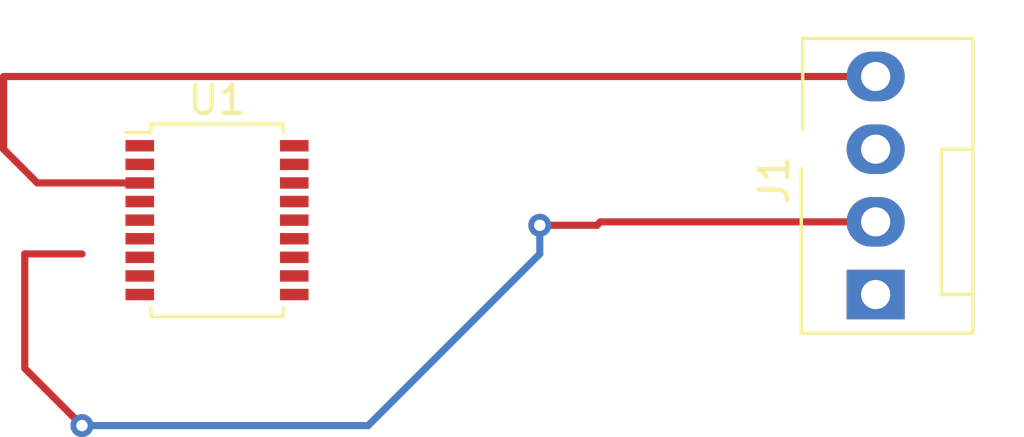
<source format=kicad_pcb>
(kicad_pcb (version 20221018) (generator pcbnew)
  (layers (0 "F.Cu" signal) (31 "B.Cu" signal) (34 "B.Paste" user) (35 "F.Paste" user) (36 "B.SilkS" user "B.Silkscreen") (37 "F.SilkS" user "F.Silkscreen") (38 "B.Mask" user) (39 "F.Mask" user) (44 "Edge.Cuts" user))
  (net 0 "")
  (net 1 "Net-(J1-Pin_1)")
  (net 2 "Net-(J1-Pin_2)")
  (net 3 "Net-(J1-Pin_3)")
  (net 4 "Net-(J1-Pin_4)")
  (net 10 "GND")
  (footprint "Package_SO:SSOP-18_4.4x6.5mm_P0.65mm" (layer "F.Cu") (at 55.72 55.82)
    (fp_text reference "U1" (at 0 -4.2) (layer "F.SilkS"))
    (fp_text value "74AHC244")
    (fp_line (start -3.2 -3.06) (end -2.31 -3.06) (stroke (width 0.12)) (layer "F.SilkS"))
    (fp_line (start -2.31 -3.36) (end 2.31 -3.36) (stroke (width 0.12)) (layer "F.SilkS"))
    (fp_line (start -2.31 -3.06) (end -2.31 -3.36) (stroke (width 0.12)) (layer "F.SilkS"))
    (fp_line (start -2.31 3.06) (end -2.31 3.36) (stroke (width 0.12)) (layer "F.SilkS"))
    (fp_line (start -2.31 3.36) (end 2.31 3.36) (stroke (width 0.12)) (layer "F.SilkS"))
    (fp_line (start 2.31 -3.36) (end 2.31 -3.06) (stroke (width 0.12)) (layer "F.SilkS"))
    (fp_line (start 2.31 3.36) (end 2.31 3.06) (stroke (width 0.12)) (layer "F.SilkS"))
    (pad "1" smd rect (at -2.7 -2.6) (size 1 0.4) (layers "F.Cu" "F.Paste" "F.Mask"))
    (pad "2" smd rect (at -2.7 -1.95) (size 1 0.4) (layers "F.Cu" "F.Paste" "F.Mask"))
    (pad "3" smd rect (at -2.7 -1.3) (size 1 0.4) (layers "F.Cu" "F.Paste" "F.Mask") (net 4 "Net-(J1-Pin_4)"))
    (pad "4" smd rect (at -2.7 -0.65) (size 1 0.4) (layers "F.Cu" "F.Paste" "F.Mask"))
    (pad "5" smd rect (at -2.7 0) (size 1 0.4) (layers "F.Cu" "F.Paste" "F.Mask") (net 3 "Net-(J1-Pin_3)"))
    (pad "6" smd rect (at -2.7 0.65) (size 1 0.4) (layers "F.Cu" "F.Paste" "F.Mask"))
    (pad "7" smd rect (at -2.7 1.3) (size 1 0.4) (layers "F.Cu" "F.Paste" "F.Mask") (net 2 "Net-(J1-Pin_2)"))
    (pad "8" smd rect (at -2.7 1.95) (size 1 0.4) (layers "F.Cu" "F.Paste" "F.Mask"))
    (pad "9" smd rect (at -2.7 2.6) (size 1 0.4) (layers "F.Cu" "F.Paste" "F.Mask") (net 1 "Net-(J1-Pin_1)"))
    (pad "10" smd rect (at 2.7 2.6) (size 1 0.4) (layers "F.Cu" "F.Paste" "F.Mask") (net 10 "GND"))
    (pad "11" smd rect (at 2.7 1.95) (size 1 0.4) (layers "F.Cu" "F.Paste" "F.Mask"))
    (pad "12" smd rect (at 2.7 1.3) (size 1 0.4) (layers "F.Cu" "F.Paste" "F.Mask"))
    (pad "13" smd rect (at 2.7 0.65) (size 1 0.4) (layers "F.Cu" "F.Paste" "F.Mask"))
    (pad "14" smd rect (at 2.7 0) (size 1 0.4) (layers "F.Cu" "F.Paste" "F.Mask"))
    (pad "15" smd rect (at 2.7 -0.65) (size 1 0.4) (layers "F.Cu" "F.Paste" "F.Mask"))
    (pad "16" smd rect (at 2.7 -1.3) (size 1 0.4) (layers "F.Cu" "F.Paste" "F.Mask"))
    (pad "17" smd rect (at 2.7 -1.95) (size 1 0.4) (layers "F.Cu" "F.Paste" "F.Mask"))
    (pad "18" smd rect (at 2.7 -2.6) (size 1 0.4) (layers "F.Cu" "F.Paste" "F.Mask"))
  )
  (footprint "Connector:FanPinHeader_1x04_P2.54mm_Vertical" (layer "F.Cu") (at 78.74 58.42 90)
    (fp_text reference "J1" (at 4 -3.55 90) (layer "F.SilkS"))
    (fp_text value "Conn_01x04_Pin")
    (fp_line (start -1.35 -2.6) (end 4.4 -2.6) (stroke (width 0.12)) (layer "F.SilkS"))
    (fp_line (start -1.35 3.4) (end -1.35 -2.6) (stroke (width 0.12)) (layer "F.SilkS"))
    (fp_line (start 0 2.29) (end 5.08 2.29) (stroke (width 0.12)) (layer "F.SilkS"))
    (fp_line (start 0 3.3) (end 0 2.29) (stroke (width 0.12)) (layer "F.SilkS"))
    (fp_line (start 5.08 2.29) (end 5.08 3.3) (stroke (width 0.12)) (layer "F.SilkS"))
    (fp_line (start 5.75 -2.55) (end 8.95 -2.55) (stroke (width 0.12)) (layer "F.SilkS"))
    (fp_line (start 8.95 -2.55) (end 8.95 3.4) (stroke (width 0.12)) (layer "F.SilkS"))
    (fp_line (start 8.95 3.4) (end -1.35 3.4) (stroke (width 0.12)) (layer "F.SilkS"))
    (pad "" np_thru_hole circle (at 5.08 -2.16 180) (size 1.1 1.1) (drill 1.1) (layers "*.Cu" "*.Mask"))
    (pad "1" thru_hole rect (at 0 0 180) (size 2.03 1.73) (drill 1.02) (layers "*.Cu" "*.Mask") (net 1 "Net-(J1-Pin_1)"))
    (pad "2" thru_hole oval (at 2.54 0 180) (size 2.03 1.73) (drill 1.02) (layers "*.Cu" "*.Mask") (net 2 "Net-(J1-Pin_2)"))
    (pad "3" thru_hole oval (at 5.08 0 180) (size 2.03 1.73) (drill 1.02) (layers "*.Cu" "*.Mask") (net 3 "Net-(J1-Pin_3)"))
    (pad "4" thru_hole oval (at 7.62 0 180) (size 2.03 1.73) (drill 1.02) (layers "*.Cu" "*.Mask") (net 4 "Net-(J1-Pin_4)"))
  )
  (segment (start 49 57) (end 51 57) (width 0.25) (layer "F.Cu") (net 2))
  (segment (start 51 63) (end 49 61) (width 0.25) (layer "F.Cu") (net 2))
  (segment (start 78.74 55.88) (end 69.12 55.88) (width 0.25) (layer "F.Cu") (net 2))
  (segment (start 69.12 55.88) (end 69 56) (width 0.25) (layer "F.Cu") (net 2))
  (segment (start 49 61) (end 49 57) (width 0.25) (layer "F.Cu") (net 2))
  (segment (start 69 56) (end 67 56) (width 0.25) (layer "F.Cu") (net 2))
  (via (at 67 56) (size 0.8) (drill 0.4) (layers "F.Cu" "B.Cu") (net 2))
  (via (at 51 63) (size 0.8) (drill 0.4) (layers "F.Cu" "B.Cu") (net 2))
  (segment (start 61 63) (end 51 63) (width 0.25) (layer "B.Cu") (net 2))
  (segment (start 67 57) (end 61 63) (width 0.25) (layer "B.Cu") (net 2))
  (segment (start 67 56) (end 67 57) (width 0.25) (layer "B.Cu") (net 2))
  (segment (start 48.26 50.8) (end 48.26 53.34) (width 0.25) (layer "F.Cu") (net 4))
  (segment (start 78.74 50.8) (end 48.26 50.8) (width 0.25) (layer "F.Cu") (net 4))
  (segment (start 49.44 54.52) (end 53.02 54.52) (width 0.25) (layer "F.Cu") (net 4))
  (segment (start 48.26 53.34) (end 49.44 54.52) (width 0.25) (layer "F.Cu") (net 4))
)
</source>
